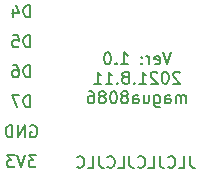
<source format=gbr>
%TF.GenerationSoftware,KiCad,Pcbnew,(5.1.10)-1*%
%TF.CreationDate,2021-08-11T02:03:41+08:00*%
%TF.ProjectId,Pmod-8led,506d6f64-2d38-46c6-9564-2e6b69636164,rev?*%
%TF.SameCoordinates,Original*%
%TF.FileFunction,Legend,Bot*%
%TF.FilePolarity,Positive*%
%FSLAX46Y46*%
G04 Gerber Fmt 4.6, Leading zero omitted, Abs format (unit mm)*
G04 Created by KiCad (PCBNEW (5.1.10)-1) date 2021-08-11 02:03:41*
%MOMM*%
%LPD*%
G01*
G04 APERTURE LIST*
%ADD10C,0.150000*%
G04 APERTURE END LIST*
D10*
X165731247Y-109637580D02*
X165731247Y-110351866D01*
X165778866Y-110494723D01*
X165874104Y-110589961D01*
X166016961Y-110637580D01*
X166112200Y-110637580D01*
X164778866Y-110637580D02*
X165255057Y-110637580D01*
X165255057Y-109637580D01*
X163874104Y-110542342D02*
X163921723Y-110589961D01*
X164064580Y-110637580D01*
X164159819Y-110637580D01*
X164302676Y-110589961D01*
X164397914Y-110494723D01*
X164445533Y-110399485D01*
X164493152Y-110209009D01*
X164493152Y-110066152D01*
X164445533Y-109875676D01*
X164397914Y-109780438D01*
X164302676Y-109685200D01*
X164159819Y-109637580D01*
X164064580Y-109637580D01*
X163921723Y-109685200D01*
X163874104Y-109732819D01*
X163159819Y-109637580D02*
X163159819Y-110351866D01*
X163207438Y-110494723D01*
X163302676Y-110589961D01*
X163445533Y-110637580D01*
X163540771Y-110637580D01*
X162207438Y-110637580D02*
X162683628Y-110637580D01*
X162683628Y-109637580D01*
X161302676Y-110542342D02*
X161350295Y-110589961D01*
X161493152Y-110637580D01*
X161588390Y-110637580D01*
X161731247Y-110589961D01*
X161826485Y-110494723D01*
X161874104Y-110399485D01*
X161921723Y-110209009D01*
X161921723Y-110066152D01*
X161874104Y-109875676D01*
X161826485Y-109780438D01*
X161731247Y-109685200D01*
X161588390Y-109637580D01*
X161493152Y-109637580D01*
X161350295Y-109685200D01*
X161302676Y-109732819D01*
X160588390Y-109637580D02*
X160588390Y-110351866D01*
X160636009Y-110494723D01*
X160731247Y-110589961D01*
X160874104Y-110637580D01*
X160969342Y-110637580D01*
X159636009Y-110637580D02*
X160112200Y-110637580D01*
X160112200Y-109637580D01*
X158731247Y-110542342D02*
X158778866Y-110589961D01*
X158921723Y-110637580D01*
X159016961Y-110637580D01*
X159159819Y-110589961D01*
X159255057Y-110494723D01*
X159302676Y-110399485D01*
X159350295Y-110209009D01*
X159350295Y-110066152D01*
X159302676Y-109875676D01*
X159255057Y-109780438D01*
X159159819Y-109685200D01*
X159016961Y-109637580D01*
X158921723Y-109637580D01*
X158778866Y-109685200D01*
X158731247Y-109732819D01*
X158016961Y-109637580D02*
X158016961Y-110351866D01*
X158064580Y-110494723D01*
X158159819Y-110589961D01*
X158302676Y-110637580D01*
X158397914Y-110637580D01*
X157064580Y-110637580D02*
X157540771Y-110637580D01*
X157540771Y-109637580D01*
X156159819Y-110542342D02*
X156207438Y-110589961D01*
X156350295Y-110637580D01*
X156445533Y-110637580D01*
X156588390Y-110589961D01*
X156683628Y-110494723D01*
X156731247Y-110399485D01*
X156778866Y-110209009D01*
X156778866Y-110066152D01*
X156731247Y-109875676D01*
X156683628Y-109780438D01*
X156588390Y-109685200D01*
X156445533Y-109637580D01*
X156350295Y-109637580D01*
X156207438Y-109685200D01*
X156159819Y-109732819D01*
X164120152Y-100850180D02*
X163786819Y-101850180D01*
X163453485Y-100850180D01*
X162739200Y-101802561D02*
X162834438Y-101850180D01*
X163024914Y-101850180D01*
X163120152Y-101802561D01*
X163167771Y-101707323D01*
X163167771Y-101326371D01*
X163120152Y-101231133D01*
X163024914Y-101183514D01*
X162834438Y-101183514D01*
X162739200Y-101231133D01*
X162691580Y-101326371D01*
X162691580Y-101421609D01*
X163167771Y-101516847D01*
X162263009Y-101850180D02*
X162263009Y-101183514D01*
X162263009Y-101373990D02*
X162215390Y-101278752D01*
X162167771Y-101231133D01*
X162072533Y-101183514D01*
X161977295Y-101183514D01*
X161643961Y-101754942D02*
X161596342Y-101802561D01*
X161643961Y-101850180D01*
X161691580Y-101802561D01*
X161643961Y-101754942D01*
X161643961Y-101850180D01*
X161643961Y-101231133D02*
X161596342Y-101278752D01*
X161643961Y-101326371D01*
X161691580Y-101278752D01*
X161643961Y-101231133D01*
X161643961Y-101326371D01*
X159882057Y-101850180D02*
X160453485Y-101850180D01*
X160167771Y-101850180D02*
X160167771Y-100850180D01*
X160263009Y-100993038D01*
X160358247Y-101088276D01*
X160453485Y-101135895D01*
X159453485Y-101754942D02*
X159405866Y-101802561D01*
X159453485Y-101850180D01*
X159501104Y-101802561D01*
X159453485Y-101754942D01*
X159453485Y-101850180D01*
X158786819Y-100850180D02*
X158691580Y-100850180D01*
X158596342Y-100897800D01*
X158548723Y-100945419D01*
X158501104Y-101040657D01*
X158453485Y-101231133D01*
X158453485Y-101469228D01*
X158501104Y-101659704D01*
X158548723Y-101754942D01*
X158596342Y-101802561D01*
X158691580Y-101850180D01*
X158786819Y-101850180D01*
X158882057Y-101802561D01*
X158929676Y-101754942D01*
X158977295Y-101659704D01*
X159024914Y-101469228D01*
X159024914Y-101231133D01*
X158977295Y-101040657D01*
X158929676Y-100945419D01*
X158882057Y-100897800D01*
X158786819Y-100850180D01*
X164858247Y-102595419D02*
X164810628Y-102547800D01*
X164715390Y-102500180D01*
X164477295Y-102500180D01*
X164382057Y-102547800D01*
X164334438Y-102595419D01*
X164286819Y-102690657D01*
X164286819Y-102785895D01*
X164334438Y-102928752D01*
X164905866Y-103500180D01*
X164286819Y-103500180D01*
X163667771Y-102500180D02*
X163572533Y-102500180D01*
X163477295Y-102547800D01*
X163429676Y-102595419D01*
X163382057Y-102690657D01*
X163334438Y-102881133D01*
X163334438Y-103119228D01*
X163382057Y-103309704D01*
X163429676Y-103404942D01*
X163477295Y-103452561D01*
X163572533Y-103500180D01*
X163667771Y-103500180D01*
X163763009Y-103452561D01*
X163810628Y-103404942D01*
X163858247Y-103309704D01*
X163905866Y-103119228D01*
X163905866Y-102881133D01*
X163858247Y-102690657D01*
X163810628Y-102595419D01*
X163763009Y-102547800D01*
X163667771Y-102500180D01*
X162953485Y-102595419D02*
X162905866Y-102547800D01*
X162810628Y-102500180D01*
X162572533Y-102500180D01*
X162477295Y-102547800D01*
X162429676Y-102595419D01*
X162382057Y-102690657D01*
X162382057Y-102785895D01*
X162429676Y-102928752D01*
X163001104Y-103500180D01*
X162382057Y-103500180D01*
X161429676Y-103500180D02*
X162001104Y-103500180D01*
X161715390Y-103500180D02*
X161715390Y-102500180D01*
X161810628Y-102643038D01*
X161905866Y-102738276D01*
X162001104Y-102785895D01*
X161001104Y-103404942D02*
X160953485Y-103452561D01*
X161001104Y-103500180D01*
X161048723Y-103452561D01*
X161001104Y-103404942D01*
X161001104Y-103500180D01*
X160382057Y-102928752D02*
X160477295Y-102881133D01*
X160524914Y-102833514D01*
X160572533Y-102738276D01*
X160572533Y-102690657D01*
X160524914Y-102595419D01*
X160477295Y-102547800D01*
X160382057Y-102500180D01*
X160191580Y-102500180D01*
X160096342Y-102547800D01*
X160048723Y-102595419D01*
X160001104Y-102690657D01*
X160001104Y-102738276D01*
X160048723Y-102833514D01*
X160096342Y-102881133D01*
X160191580Y-102928752D01*
X160382057Y-102928752D01*
X160477295Y-102976371D01*
X160524914Y-103023990D01*
X160572533Y-103119228D01*
X160572533Y-103309704D01*
X160524914Y-103404942D01*
X160477295Y-103452561D01*
X160382057Y-103500180D01*
X160191580Y-103500180D01*
X160096342Y-103452561D01*
X160048723Y-103404942D01*
X160001104Y-103309704D01*
X160001104Y-103119228D01*
X160048723Y-103023990D01*
X160096342Y-102976371D01*
X160191580Y-102928752D01*
X159572533Y-103404942D02*
X159524914Y-103452561D01*
X159572533Y-103500180D01*
X159620152Y-103452561D01*
X159572533Y-103404942D01*
X159572533Y-103500180D01*
X158572533Y-103500180D02*
X159143961Y-103500180D01*
X158858247Y-103500180D02*
X158858247Y-102500180D01*
X158953485Y-102643038D01*
X159048723Y-102738276D01*
X159143961Y-102785895D01*
X157620152Y-103500180D02*
X158191580Y-103500180D01*
X157905866Y-103500180D02*
X157905866Y-102500180D01*
X158001104Y-102643038D01*
X158096342Y-102738276D01*
X158191580Y-102785895D01*
X165382057Y-105150180D02*
X165382057Y-104483514D01*
X165382057Y-104578752D02*
X165334438Y-104531133D01*
X165239200Y-104483514D01*
X165096342Y-104483514D01*
X165001104Y-104531133D01*
X164953485Y-104626371D01*
X164953485Y-105150180D01*
X164953485Y-104626371D02*
X164905866Y-104531133D01*
X164810628Y-104483514D01*
X164667771Y-104483514D01*
X164572533Y-104531133D01*
X164524914Y-104626371D01*
X164524914Y-105150180D01*
X163620152Y-105150180D02*
X163620152Y-104626371D01*
X163667771Y-104531133D01*
X163763009Y-104483514D01*
X163953485Y-104483514D01*
X164048723Y-104531133D01*
X163620152Y-105102561D02*
X163715390Y-105150180D01*
X163953485Y-105150180D01*
X164048723Y-105102561D01*
X164096342Y-105007323D01*
X164096342Y-104912085D01*
X164048723Y-104816847D01*
X163953485Y-104769228D01*
X163715390Y-104769228D01*
X163620152Y-104721609D01*
X162715390Y-104483514D02*
X162715390Y-105293038D01*
X162763009Y-105388276D01*
X162810628Y-105435895D01*
X162905866Y-105483514D01*
X163048723Y-105483514D01*
X163143961Y-105435895D01*
X162715390Y-105102561D02*
X162810628Y-105150180D01*
X163001104Y-105150180D01*
X163096342Y-105102561D01*
X163143961Y-105054942D01*
X163191580Y-104959704D01*
X163191580Y-104673990D01*
X163143961Y-104578752D01*
X163096342Y-104531133D01*
X163001104Y-104483514D01*
X162810628Y-104483514D01*
X162715390Y-104531133D01*
X161810628Y-104483514D02*
X161810628Y-105150180D01*
X162239200Y-104483514D02*
X162239200Y-105007323D01*
X162191580Y-105102561D01*
X162096342Y-105150180D01*
X161953485Y-105150180D01*
X161858247Y-105102561D01*
X161810628Y-105054942D01*
X160905866Y-105150180D02*
X160905866Y-104626371D01*
X160953485Y-104531133D01*
X161048723Y-104483514D01*
X161239200Y-104483514D01*
X161334438Y-104531133D01*
X160905866Y-105102561D02*
X161001104Y-105150180D01*
X161239200Y-105150180D01*
X161334438Y-105102561D01*
X161382057Y-105007323D01*
X161382057Y-104912085D01*
X161334438Y-104816847D01*
X161239200Y-104769228D01*
X161001104Y-104769228D01*
X160905866Y-104721609D01*
X160286819Y-104578752D02*
X160382057Y-104531133D01*
X160429676Y-104483514D01*
X160477295Y-104388276D01*
X160477295Y-104340657D01*
X160429676Y-104245419D01*
X160382057Y-104197800D01*
X160286819Y-104150180D01*
X160096342Y-104150180D01*
X160001104Y-104197800D01*
X159953485Y-104245419D01*
X159905866Y-104340657D01*
X159905866Y-104388276D01*
X159953485Y-104483514D01*
X160001104Y-104531133D01*
X160096342Y-104578752D01*
X160286819Y-104578752D01*
X160382057Y-104626371D01*
X160429676Y-104673990D01*
X160477295Y-104769228D01*
X160477295Y-104959704D01*
X160429676Y-105054942D01*
X160382057Y-105102561D01*
X160286819Y-105150180D01*
X160096342Y-105150180D01*
X160001104Y-105102561D01*
X159953485Y-105054942D01*
X159905866Y-104959704D01*
X159905866Y-104769228D01*
X159953485Y-104673990D01*
X160001104Y-104626371D01*
X160096342Y-104578752D01*
X159286819Y-104150180D02*
X159191580Y-104150180D01*
X159096342Y-104197800D01*
X159048723Y-104245419D01*
X159001104Y-104340657D01*
X158953485Y-104531133D01*
X158953485Y-104769228D01*
X159001104Y-104959704D01*
X159048723Y-105054942D01*
X159096342Y-105102561D01*
X159191580Y-105150180D01*
X159286819Y-105150180D01*
X159382057Y-105102561D01*
X159429676Y-105054942D01*
X159477295Y-104959704D01*
X159524914Y-104769228D01*
X159524914Y-104531133D01*
X159477295Y-104340657D01*
X159429676Y-104245419D01*
X159382057Y-104197800D01*
X159286819Y-104150180D01*
X158382057Y-104578752D02*
X158477295Y-104531133D01*
X158524914Y-104483514D01*
X158572533Y-104388276D01*
X158572533Y-104340657D01*
X158524914Y-104245419D01*
X158477295Y-104197800D01*
X158382057Y-104150180D01*
X158191580Y-104150180D01*
X158096342Y-104197800D01*
X158048723Y-104245419D01*
X158001104Y-104340657D01*
X158001104Y-104388276D01*
X158048723Y-104483514D01*
X158096342Y-104531133D01*
X158191580Y-104578752D01*
X158382057Y-104578752D01*
X158477295Y-104626371D01*
X158524914Y-104673990D01*
X158572533Y-104769228D01*
X158572533Y-104959704D01*
X158524914Y-105054942D01*
X158477295Y-105102561D01*
X158382057Y-105150180D01*
X158191580Y-105150180D01*
X158096342Y-105102561D01*
X158048723Y-105054942D01*
X158001104Y-104959704D01*
X158001104Y-104769228D01*
X158048723Y-104673990D01*
X158096342Y-104626371D01*
X158191580Y-104578752D01*
X157143961Y-104150180D02*
X157334438Y-104150180D01*
X157429676Y-104197800D01*
X157477295Y-104245419D01*
X157572533Y-104388276D01*
X157620152Y-104578752D01*
X157620152Y-104959704D01*
X157572533Y-105054942D01*
X157524914Y-105102561D01*
X157429676Y-105150180D01*
X157239200Y-105150180D01*
X157143961Y-105102561D01*
X157096342Y-105054942D01*
X157048723Y-104959704D01*
X157048723Y-104721609D01*
X157096342Y-104626371D01*
X157143961Y-104578752D01*
X157239200Y-104531133D01*
X157429676Y-104531133D01*
X157524914Y-104578752D01*
X157572533Y-104626371D01*
X157620152Y-104721609D01*
X152685595Y-109574080D02*
X152066547Y-109574080D01*
X152399880Y-109955033D01*
X152257023Y-109955033D01*
X152161785Y-110002652D01*
X152114166Y-110050271D01*
X152066547Y-110145509D01*
X152066547Y-110383604D01*
X152114166Y-110478842D01*
X152161785Y-110526461D01*
X152257023Y-110574080D01*
X152542738Y-110574080D01*
X152637976Y-110526461D01*
X152685595Y-110478842D01*
X151780833Y-109574080D02*
X151447500Y-110574080D01*
X151114166Y-109574080D01*
X150876071Y-109574080D02*
X150257023Y-109574080D01*
X150590357Y-109955033D01*
X150447500Y-109955033D01*
X150352261Y-110002652D01*
X150304642Y-110050271D01*
X150257023Y-110145509D01*
X150257023Y-110383604D01*
X150304642Y-110478842D01*
X150352261Y-110526461D01*
X150447500Y-110574080D01*
X150733214Y-110574080D01*
X150828452Y-110526461D01*
X150876071Y-110478842D01*
X152209404Y-107081700D02*
X152304642Y-107034080D01*
X152447500Y-107034080D01*
X152590357Y-107081700D01*
X152685595Y-107176938D01*
X152733214Y-107272176D01*
X152780833Y-107462652D01*
X152780833Y-107605509D01*
X152733214Y-107795985D01*
X152685595Y-107891223D01*
X152590357Y-107986461D01*
X152447500Y-108034080D01*
X152352261Y-108034080D01*
X152209404Y-107986461D01*
X152161785Y-107938842D01*
X152161785Y-107605509D01*
X152352261Y-107605509D01*
X151733214Y-108034080D02*
X151733214Y-107034080D01*
X151161785Y-108034080D01*
X151161785Y-107034080D01*
X150685595Y-108034080D02*
X150685595Y-107034080D01*
X150447500Y-107034080D01*
X150304642Y-107081700D01*
X150209404Y-107176938D01*
X150161785Y-107272176D01*
X150114166Y-107462652D01*
X150114166Y-107605509D01*
X150161785Y-107795985D01*
X150209404Y-107891223D01*
X150304642Y-107986461D01*
X150447500Y-108034080D01*
X150685595Y-108034080D01*
X152185595Y-105494080D02*
X152185595Y-104494080D01*
X151947500Y-104494080D01*
X151804642Y-104541700D01*
X151709404Y-104636938D01*
X151661785Y-104732176D01*
X151614166Y-104922652D01*
X151614166Y-105065509D01*
X151661785Y-105255985D01*
X151709404Y-105351223D01*
X151804642Y-105446461D01*
X151947500Y-105494080D01*
X152185595Y-105494080D01*
X151280833Y-104494080D02*
X150614166Y-104494080D01*
X151042738Y-105494080D01*
X152185595Y-102954080D02*
X152185595Y-101954080D01*
X151947500Y-101954080D01*
X151804642Y-102001700D01*
X151709404Y-102096938D01*
X151661785Y-102192176D01*
X151614166Y-102382652D01*
X151614166Y-102525509D01*
X151661785Y-102715985D01*
X151709404Y-102811223D01*
X151804642Y-102906461D01*
X151947500Y-102954080D01*
X152185595Y-102954080D01*
X150757023Y-101954080D02*
X150947500Y-101954080D01*
X151042738Y-102001700D01*
X151090357Y-102049319D01*
X151185595Y-102192176D01*
X151233214Y-102382652D01*
X151233214Y-102763604D01*
X151185595Y-102858842D01*
X151137976Y-102906461D01*
X151042738Y-102954080D01*
X150852261Y-102954080D01*
X150757023Y-102906461D01*
X150709404Y-102858842D01*
X150661785Y-102763604D01*
X150661785Y-102525509D01*
X150709404Y-102430271D01*
X150757023Y-102382652D01*
X150852261Y-102335033D01*
X151042738Y-102335033D01*
X151137976Y-102382652D01*
X151185595Y-102430271D01*
X151233214Y-102525509D01*
X152185595Y-100414080D02*
X152185595Y-99414080D01*
X151947500Y-99414080D01*
X151804642Y-99461700D01*
X151709404Y-99556938D01*
X151661785Y-99652176D01*
X151614166Y-99842652D01*
X151614166Y-99985509D01*
X151661785Y-100175985D01*
X151709404Y-100271223D01*
X151804642Y-100366461D01*
X151947500Y-100414080D01*
X152185595Y-100414080D01*
X150709404Y-99414080D02*
X151185595Y-99414080D01*
X151233214Y-99890271D01*
X151185595Y-99842652D01*
X151090357Y-99795033D01*
X150852261Y-99795033D01*
X150757023Y-99842652D01*
X150709404Y-99890271D01*
X150661785Y-99985509D01*
X150661785Y-100223604D01*
X150709404Y-100318842D01*
X150757023Y-100366461D01*
X150852261Y-100414080D01*
X151090357Y-100414080D01*
X151185595Y-100366461D01*
X151233214Y-100318842D01*
X152185595Y-97874080D02*
X152185595Y-96874080D01*
X151947500Y-96874080D01*
X151804642Y-96921700D01*
X151709404Y-97016938D01*
X151661785Y-97112176D01*
X151614166Y-97302652D01*
X151614166Y-97445509D01*
X151661785Y-97635985D01*
X151709404Y-97731223D01*
X151804642Y-97826461D01*
X151947500Y-97874080D01*
X152185595Y-97874080D01*
X150757023Y-97207414D02*
X150757023Y-97874080D01*
X150995119Y-96826461D02*
X151233214Y-97540747D01*
X150614166Y-97540747D01*
M02*

</source>
